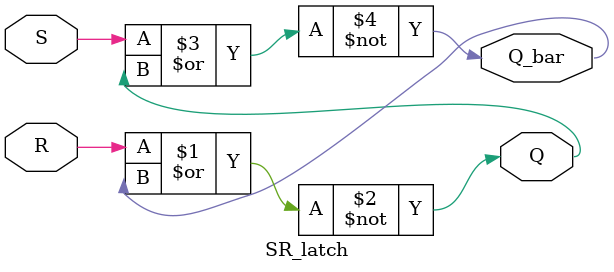
<source format=v>
module SR_latch(S, R, Q, Q_bar);
    input S,R;
    output Q, Q_bar;
    
    assign Q     = ~(R | Q_bar);
    assign Q_bar = ~(S | Q);
endmodule
</source>
